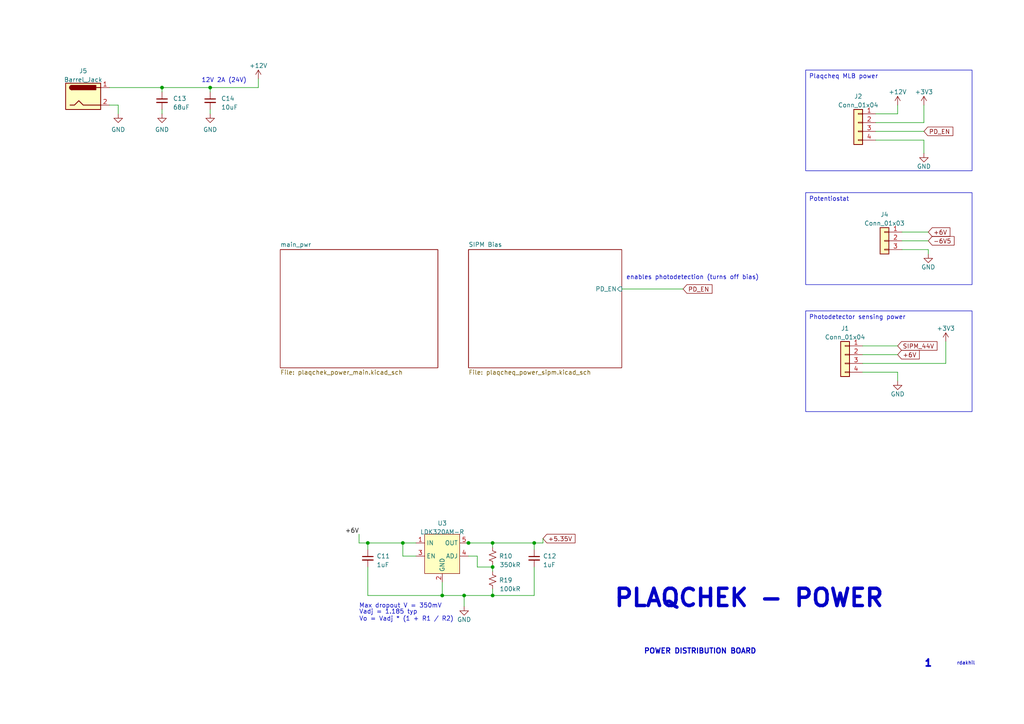
<source format=kicad_sch>
(kicad_sch (version 20230121) (generator eeschema)
  (paper "A4")
  (lib_symbols
    (symbol "Connector:Barrel_Jack" (pin_names (offset 1.016))
      (property "Reference" "J" (at 0 5.334 0))
      (property "Value" "Barrel_Jack" (at 0 -5.08 0))
      (symbol "Barrel_Jack_0_1"
        (rectangle (start -5.08 3.81) (end 5.08 -3.81) (stroke (width 0.254)) (fill (type background)))
        (arc (start -3.302 3.175) (mid -3.9343 2.54) (end -3.302 1.905) (stroke (width 0.254)))
        (arc (start -3.302 3.175) (mid -3.9343 2.54) (end -3.302 1.905) (stroke (width 0.254)) (fill (type outline)))
        (polyline (pts (xy 5.08 2.54) (xy 3.81 2.54)) (stroke (width 0.254)))
        (polyline (pts (xy -3.81 -2.54) (xy -2.54 -2.54) (xy -1.27 -1.27) (xy 0 -2.54) (xy 2.54 -2.54) (xy 5.08 -2.54)) (stroke (width 0.254)))
        (rectangle (start 3.683 3.175) (end -3.302 1.905) (stroke (width 0.254)) (fill (type outline)))
      )
      (symbol "Barrel_Jack_1_1"
        (pin passive line (at 7.62 2.54 180) (length 2.54) (name "~") (number "1"))
        (pin passive line (at 7.62 -2.54 180) (length 2.54) (name "~") (number "2"))
      )
    )
    (symbol "Connector_Generic:Conn_01x03" (pin_names (offset 1.016) hide)
      (property "Reference" "J" (at 0 5.08 0))
      (property "Value" "Conn_01x03" (at 0 -5.08 0))
      (symbol "Conn_01x03_1_1"
        (rectangle (start -1.27 -2.413) (end 0 -2.667) (stroke (width 0.1524)))
        (rectangle (start -1.27 0.127) (end 0 -0.127) (stroke (width 0.1524)))
        (rectangle (start -1.27 2.667) (end 0 2.413) (stroke (width 0.1524)))
        (rectangle (start -1.27 3.81) (end 1.27 -3.81) (stroke (width 0.254)) (fill (type background)))
        (pin passive line (at -5.08 2.54 0) (length 3.81) (name "Pin_1") (number "1"))
        (pin passive line (at -5.08 0 0) (length 3.81) (name "Pin_2") (number "2"))
        (pin passive line (at -5.08 -2.54 0) (length 3.81) (name "Pin_3") (number "3"))
      )
    )
    (symbol "Connector_Generic:Conn_01x04" (pin_names (offset 1.016) hide)
      (property "Reference" "J" (at 0 5.08 0))
      (property "Value" "Conn_01x04" (at 0 -7.62 0))
      (symbol "Conn_01x04_1_1"
        (rectangle (start -1.27 -4.953) (end 0 -5.207) (stroke (width 0.1524)))
        (rectangle (start -1.27 -2.413) (end 0 -2.667) (stroke (width 0.1524)))
        (rectangle (start -1.27 0.127) (end 0 -0.127) (stroke (width 0.1524)))
        (rectangle (start -1.27 2.667) (end 0 2.413) (stroke (width 0.1524)))
        (rectangle (start -1.27 3.81) (end 1.27 -6.35) (stroke (width 0.254)) (fill (type background)))
        (pin passive line (at -5.08 2.54 0) (length 3.81) (name "Pin_1") (number "1"))
        (pin passive line (at -5.08 0 0) (length 3.81) (name "Pin_2") (number "2"))
        (pin passive line (at -5.08 -2.54 0) (length 3.81) (name "Pin_3") (number "3"))
        (pin passive line (at -5.08 -5.08 0) (length 3.81) (name "Pin_4") (number "4"))
      )
    )
    (symbol "Device:C_Small" (pin_numbers hide) (pin_names (offset 0.254) hide)
      (property "Reference" "C" (at 0.254 1.778 0))
      (property "Value" "C_Small" (at 0.254 -2.032 0))
      (symbol "C_Small_0_1"
        (polyline (pts (xy -1.524 -0.508) (xy 1.524 -0.508)) (stroke (width 0.3302)))
        (polyline (pts (xy -1.524 0.508) (xy 1.524 0.508)) (stroke (width 0.3048)))
      )
      (symbol "C_Small_1_1"
        (pin passive line (at 0 2.54 270) (length 2.032) (name "~") (number "1"))
        (pin passive line (at 0 -2.54 90) (length 2.032) (name "~") (number "2"))
      )
    )
    (symbol "Device:R_Small_US" (pin_numbers hide) (pin_names (offset 0.254) hide)
      (property "Reference" "R" (at 0.762 0.508 0))
      (property "Value" "R_Small_US" (at 0.762 -1.016 0))
      (symbol "R_Small_US_1_1"
        (polyline (pts (xy 0 0) (xy 1.016 -0.381) (xy 0 -0.762) (xy -1.016 -1.143) (xy 0 -1.524)))
        (polyline (pts (xy 0 1.524) (xy 1.016 1.143) (xy 0 0.762) (xy -1.016 0.381) (xy 0 0)))
        (pin passive line (at 0 2.54 270) (length 1.016) (name "~") (number "1"))
        (pin passive line (at 0 -2.54 90) (length 1.016) (name "~") (number "2"))
      )
    )
    (symbol "plaqchek_mlb:LDK320AM-R"
      (property "Reference" "U" (at 0 10.16 0))
      (property "Value" "LDK320AM-R" (at 0 7.62 0))
      (symbol "LDK320AM-R_1_1"
        (rectangle (start -5.08 6.35) (end 5.08 -5.08) (fill (type background)))
        (pin power_in line (at -7.62 3.81 0) (length 2.54) (name "IN") (number "1"))
        (pin power_in line (at 0 -7.62 90) (length 2.54) (name "GND") (number "2"))
        (pin input line (at -7.62 0 0) (length 2.54) (name "EN") (number "3"))
        (pin input line (at 7.62 0 180) (length 2.54) (name "ADJ") (number "4"))
        (pin power_out line (at 7.62 3.81 180) (length 2.54) (name "OUT") (number "5"))
      )
    )
    (symbol "power:+12V" (power) (pin_names (offset 0))
      (property "Value" "+12V" (at 0 3.556 0))
      (symbol "+12V_0_1"
        (polyline (pts (xy -0.762 1.27) (xy 0 2.54)))
        (polyline (pts (xy 0 0) (xy 0 2.54)))
        (polyline (pts (xy 0 2.54) (xy 0.762 1.27)))
      )
      (symbol "+12V_1_1"
        (pin power_in line (at 0 0 90) (length 0) hide (name "+12V") (number "1"))
      )
    )
    (symbol "power:+3V3" (power) (pin_names (offset 0))
      (property "Value" "+3V3" (at 0 3.556 0))
      (symbol "+3V3_0_1"
        (polyline (pts (xy -0.762 1.27) (xy 0 2.54)))
        (polyline (pts (xy 0 0) (xy 0 2.54)))
        (polyline (pts (xy 0 2.54) (xy 0.762 1.27)))
      )
      (symbol "+3V3_1_1"
        (pin power_in line (at 0 0 90) (length 0) hide (name "+3V3") (number "1"))
      )
    )
    (symbol "power:GND" (power) (pin_names (offset 0))
      (property "Value" "GND" (at 0 -3.81 0))
      (symbol "GND_0_1"
        (polyline (pts (xy 0 0) (xy 0 -1.27) (xy 1.27 -1.27) (xy 0 -2.54) (xy -1.27 -1.27) (xy 0 -1.27)))
      )
      (symbol "GND_1_1"
        (pin power_in line (at 0 0 270) (length 0) hide (name "GND") (number "1"))
      )
    )
  )
  (junction (at 106.68 157.48))
  (junction (at 128.27 172.72))
  (junction (at 116.84 157.48))
  (junction (at 134.62 172.72))
  (junction (at 154.94 157.48))
  (junction (at 142.875 157.48))
  (junction (at 135.89 157.48))
  (junction (at 60.96 25.4))
  (junction (at 46.99 25.4))
  (junction (at 142.875 172.72))
  (junction (at 142.875 164.465))
  (wire (pts (xy 106.68 172.72) (xy 128.27 172.72)))
  (wire (pts (xy 267.97 35.56) (xy 254 35.56)))
  (wire (pts (xy 142.875 172.72) (xy 154.94 172.72)))
  (wire (pts (xy 106.68 157.48) (xy 104.14 157.48)))
  (wire (pts (xy 157.48 157.48) (xy 154.94 157.48)))
  (wire (pts (xy 138.43 161.29) (xy 138.43 164.465)))
  (wire (pts (xy 269.24 72.39) (xy 269.24 73.66)))
  (wire (pts (xy 74.93 22.86) (xy 74.93 25.4)))
  (wire (pts (xy 46.99 25.4) (xy 46.99 26.67)))
  (wire (pts (xy 134.62 172.72) (xy 142.875 172.72)))
  (wire (pts (xy 116.84 157.48) (xy 120.65 157.48)))
  (wire (pts (xy 180.34 83.82) (xy 198.12 83.82)))
  (wire (pts (xy 106.68 157.48) (xy 106.68 159.385)))
  (wire (pts (xy 254 38.1) (xy 267.97 38.1)))
  (wire (pts (xy 267.97 30.48) (xy 267.97 35.56)))
  (wire (pts (xy 157.48 156.21) (xy 157.48 157.48)))
  (wire (pts (xy 135.255 157.48) (xy 135.89 157.48)))
  (wire (pts (xy 254 40.64) (xy 267.97 40.64)))
  (wire (pts (xy 60.96 25.4) (xy 74.93 25.4)))
  (wire (pts (xy 46.99 25.4) (xy 60.96 25.4)))
  (wire (pts (xy 135.89 157.48) (xy 142.875 157.48)))
  (wire (pts (xy 60.96 31.75) (xy 60.96 33.02)))
  (wire (pts (xy 106.68 157.48) (xy 116.84 157.48)))
  (wire (pts (xy 250.19 102.87) (xy 260.35 102.87)))
  (wire (pts (xy 142.875 164.465) (xy 142.875 165.735)))
  (wire (pts (xy 142.875 157.48) (xy 154.94 157.48)))
  (wire (pts (xy 142.875 170.815) (xy 142.875 172.72)))
  (wire (pts (xy 31.75 25.4) (xy 46.99 25.4)))
  (wire (pts (xy 261.62 69.85) (xy 269.24 69.85)))
  (wire (pts (xy 128.27 172.72) (xy 134.62 172.72)))
  (wire (pts (xy 267.97 40.64) (xy 267.97 44.45)))
  (wire (pts (xy 250.19 100.33) (xy 260.35 100.33)))
  (wire (pts (xy 154.94 164.465) (xy 154.94 172.72)))
  (wire (pts (xy 261.62 67.31) (xy 269.24 67.31)))
  (wire (pts (xy 138.43 164.465) (xy 142.875 164.465)))
  (wire (pts (xy 260.35 30.48) (xy 260.35 33.02)))
  (wire (pts (xy 254 33.02) (xy 260.35 33.02)))
  (wire (pts (xy 104.14 154.94) (xy 104.14 157.48)))
  (wire (pts (xy 142.875 163.83) (xy 142.875 164.465)))
  (wire (pts (xy 31.75 30.48) (xy 34.29 30.48)))
  (wire (pts (xy 34.29 30.48) (xy 34.29 33.02)))
  (wire (pts (xy 250.19 107.95) (xy 260.35 107.95)))
  (wire (pts (xy 250.19 105.41) (xy 274.32 105.41)))
  (wire (pts (xy 134.62 172.72) (xy 134.62 175.895)))
  (wire (pts (xy 60.96 25.4) (xy 60.96 26.67)))
  (wire (pts (xy 128.27 168.91) (xy 128.27 172.72)))
  (wire (pts (xy 120.65 161.29) (xy 116.84 161.29)))
  (wire (pts (xy 142.875 157.48) (xy 142.875 158.75)))
  (wire (pts (xy 116.84 157.48) (xy 116.84 161.29)))
  (wire (pts (xy 106.68 164.465) (xy 106.68 172.72)))
  (wire (pts (xy 46.99 31.75) (xy 46.99 33.02)))
  (wire (pts (xy 135.89 161.29) (xy 138.43 161.29)))
  (wire (pts (xy 154.94 157.48) (xy 154.94 159.385)))
  (wire (pts (xy 260.35 107.95) (xy 260.35 110.49)))
  (wire (pts (xy 261.62 72.39) (xy 269.24 72.39)))
  (wire (pts (xy 274.32 99.06) (xy 274.32 105.41)))
  (text_box "Photodetector sensing power\n" (at 233.68 90.17 0) (size 48.26 29.21) (effects (font (size 1.27 1.27)) (justify left top)))
  (text_box "Potentiostat" (at 233.68 55.88 0) (size 48.26 26.67) (effects (font (size 1.27 1.27)) (justify left top)))
  (text_box "Plaqcheq MLB power" (at 233.68 20.32 0) (size 48.26 29.21) (effects (font (size 1.27 1.27)) (justify left top)))
  (text "Vadj = 1.185 typ\nVo = Vadj * (1 + R1 / R2)" (at 104.14 180.34 0) (effects (font (size 1.27 1.27)) (justify left bottom)))
  (text "Max dropout V = 350mV" (at 104.14 176.53 0) (effects (font (size 1.27 1.27)) (justify left bottom)))
  (text "12V 2A (24V)" (at 58.42 24.13 0) (effects (font (size 1.27 1.27)) (justify left bottom)))
  (text "enables photodetection (turns off bias)" (at 181.61 81.28 0) (effects (font (size 1.27 1.27)) (justify left bottom)))
  (text "1" (at 267.97 193.675 0) (effects (font (size 2 2) (thickness 1) bold) (justify left bottom)))
  (text "rdakhil" (at 277.495 193.04 0) (effects (font (size 1 1)) (justify left bottom)))
  (text "PLAQCHEK - POWER" (at 177.8 176.53 0) (effects (font (size 5 5) (thickness 1) bold) (justify left bottom)))
  (text "POWER DISTRIBUTION BOARD" (at 186.69 189.865 0) (effects (font (size 1.5 1.5) (thickness 0.3) bold) (justify left bottom)))
  (label "+6V" (at 104.14 154.94 180))
  (global_label "-6V5" (shape input) (at 269.24 69.85 0) (property "Intersheetrefs" "${INTERSHEET_REFS}" (effects hide)))
  (global_label "SIPM_44V" (shape input) (at 260.35 100.33 0) (property "Intersheetrefs" "${INTERSHEET_REFS}" (effects hide)))
  (global_label "+6V" (shape input) (at 260.35 102.87 0) (property "Intersheetrefs" "${INTERSHEET_REFS}" (effects hide)))
  (global_label "+6V" (shape input) (at 269.24 67.31 0) (property "Intersheetrefs" "${INTERSHEET_REFS}" (effects hide)))
  (global_label "+5.35V" (shape input) (at 157.48 156.21 0) (property "Intersheetrefs" "${INTERSHEET_REFS}" (effects hide)))
  (global_label "PD_EN" (shape input) (at 198.12 83.82 0) (property "Intersheetrefs" "${INTERSHEET_REFS}" (effects hide)))
  (global_label "PD_EN" (shape input) (at 267.97 38.1 0) (property "Intersheetrefs" "${INTERSHEET_REFS}" (effects hide)))
  (symbol (lib_id "plaqchek_mlb:LDK320AM-R") (at 128.27 161.29 0) (unit 1)
    (property "Reference" "U3" (at 128.27 151.765 0))
    (property "Value" "LDK320AM-R" (at 128.27 154.305 0))
    (property "Datasheet" "https://www.st.com/resource/en/datasheet/ldk320.pdf" (effects hide))
  )
  (symbol (lib_id "power:+12V") (at 260.35 30.48 0) (unit 1)
    (property "Reference" "#PWR06" (effects hide))
    (property "Value" "+12V" (at 260.35 26.67 0))
  )
  (symbol (lib_id "power:+12V") (at 74.93 22.86 0) (unit 1)
    (property "Reference" "#PWR033" (effects hide))
    (property "Value" "+12V" (at 74.93 19.05 0))
  )
  (symbol (lib_id "power:GND") (at 134.62 175.895 0) (unit 1)
    (property "Reference" "#PWR017" (effects hide))
    (property "Value" "GND" (at 134.62 179.705 0))
  )
  (symbol (lib_id "Device:C_Small") (at 154.94 161.925 0) (unit 1)
    (property "Reference" "C12" (at 157.48 161.2963 0) (effects (justify left)))
    (property "Value" "1uF" (at 157.48 163.8363 0) (effects (justify left)))
  )
  (symbol (lib_id "power:+3V3") (at 267.97 30.48 0) (unit 1)
    (property "Reference" "#PWR09" (effects hide))
    (property "Value" "+3V3" (at 267.97 26.67 0))
  )
  (symbol (lib_id "Connector_Generic:Conn_01x04") (at 245.11 102.87 0) (mirror y) (unit 1)
    (property "Reference" "J1" (at 245.11 95.25 0))
    (property "Value" "Conn_01x04" (at 245.11 97.79 0))
  )
  (symbol (lib_id "Device:R_Small_US") (at 142.875 168.275 0) (unit 1)
    (property "Reference" "R19" (at 146.685 168.275 0))
    (property "Value" "100kR" (at 147.955 170.815 0))
  )
  (symbol (lib_id "Connector_Generic:Conn_01x03") (at 256.54 69.85 0) (mirror y) (unit 1)
    (property "Reference" "J4" (at 256.54 62.23 0))
    (property "Value" "Conn_01x03" (at 256.54 64.77 0))
  )
  (symbol (lib_id "power:+3V3") (at 274.32 99.06 0) (unit 1)
    (property "Reference" "#PWR011" (effects hide))
    (property "Value" "+3V3" (at 274.32 95.25 0))
  )
  (symbol (lib_id "Device:C_Small") (at 46.99 29.21 0) (unit 1)
    (property "Reference" "C13" (at 50.165 28.5813 0) (effects (justify left)))
    (property "Value" "68uF" (at 50.165 31.1213 0) (effects (justify left)))
  )
  (symbol (lib_id "Connector_Generic:Conn_01x04") (at 248.92 35.56 0) (mirror y) (unit 1)
    (property "Reference" "J2" (at 248.92 27.94 0))
    (property "Value" "Conn_01x04" (at 248.92 30.48 0))
  )
  (symbol (lib_id "power:GND") (at 34.29 33.02 0) (unit 1)
    (property "Reference" "#PWR016" (effects hide))
    (property "Value" "GND" (at 34.29 37.592 0))
  )
  (symbol (lib_id "Device:C_Small") (at 60.96 29.21 0) (unit 1)
    (property "Reference" "C14" (at 64.135 28.5813 0) (effects (justify left)))
    (property "Value" "10uF" (at 64.135 31.1213 0) (effects (justify left)))
  )
  (symbol (lib_id "Device:C_Small") (at 106.68 161.925 0) (unit 1)
    (property "Reference" "C11" (at 109.22 161.2963 0) (effects (justify left)))
    (property "Value" "1uF" (at 109.22 163.8363 0) (effects (justify left)))
  )
  (symbol (lib_id "Device:R_Small_US") (at 142.875 161.29 0) (unit 1)
    (property "Reference" "R10" (at 146.685 161.29 0))
    (property "Value" "350kR" (at 147.955 163.83 0))
  )
  (symbol (lib_id "power:GND") (at 260.35 110.49 0) (unit 1)
    (property "Reference" "#PWR013" (effects hide))
    (property "Value" "GND" (at 260.35 114.3 0))
  )
  (symbol (lib_id "power:GND") (at 60.96 33.02 0) (unit 1)
    (property "Reference" "#PWR032" (effects hide))
    (property "Value" "GND" (at 60.96 37.592 0))
  )
  (symbol (lib_id "Connector:Barrel_Jack") (at 24.13 27.94 0) (unit 1)
    (property "Reference" "J5" (at 24.13 20.574 0))
    (property "Value" "Barrel_Jack" (at 24.13 23.114 0))
  )
  (symbol (lib_id "power:GND") (at 269.24 73.66 0) (unit 1)
    (property "Reference" "#PWR030" (effects hide))
    (property "Value" "GND" (at 269.24 77.47 0))
  )
  (symbol (lib_id "power:GND") (at 267.97 44.45 0) (unit 1)
    (property "Reference" "#PWR010" (effects hide))
    (property "Value" "GND" (at 267.97 48.26 0))
  )
  (symbol (lib_id "power:GND") (at 46.99 33.02 0) (unit 1)
    (property "Reference" "#PWR031" (effects hide))
    (property "Value" "GND" (at 46.99 37.592 0))
  )
  (sheet (at 135.89 72.39) (size 44.45 34.29) (stroke (width 0.1524))
    (property "Sheetname" "SIPM Bias" (at 135.89 71.6784 0) (effects (justify left bottom)))
    (property "Sheetfile" "plaqcheq_power_sipm.kicad_sch" (at 135.89 107.2646 0) (effects (justify left top)))
    (pin "PD_EN" input (at 180.34 83.82 0))
  )
  (sheet (at 81.28 72.39) (size 45.72 34.29) (stroke (width 0.1524))
    (property "Sheetname" "main_pwr" (at 81.28 71.6784 0) (effects (justify left bottom)))
    (property "Sheetfile" "plaqchek_power_main.kicad_sch" (at 81.28 107.2646 0) (effects (justify left top)))
  )
)
</source>
